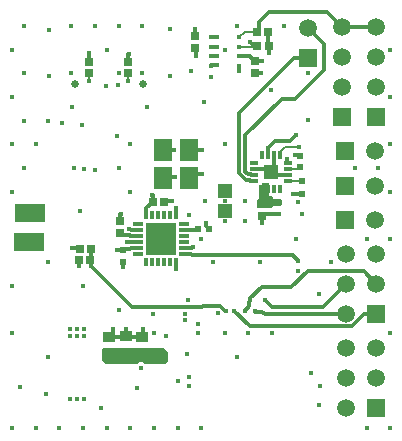
<source format=gbr>
%TF.GenerationSoftware,Altium Limited,Altium Designer,23.1.1 (15)*%
G04 Layer_Physical_Order=6*
G04 Layer_Color=16711680*
%FSLAX45Y45*%
%MOMM*%
%TF.SameCoordinates,F9E8136A-E86D-4813-A5E9-63B8E08E304F*%
%TF.FilePolarity,Positive*%
%TF.FileFunction,Copper,L6,Bot,Signal*%
%TF.Part,Single*%
G01*
G75*
%TA.AperFunction,SMDPad,CuDef*%
%ADD13R,1.07000X0.83000*%
%ADD31R,0.72000X0.76000*%
%ADD38R,0.67500X0.45000*%
%ADD43R,0.76000X0.72000*%
%TA.AperFunction,Conductor*%
%ADD44C,0.30000*%
%ADD45C,0.20000*%
%TA.AperFunction,ComponentPad*%
%ADD48C,1.50000*%
%ADD49R,1.50000X1.50000*%
%TA.AperFunction,SMDPad,CuDef*%
%ADD50R,1.20000X1.20000*%
%TA.AperFunction,ComponentPad*%
%ADD51C,0.65000*%
%ADD52R,1.50000X1.50000*%
%TA.AperFunction,ViaPad*%
%ADD53R,2.52400X1.52400*%
%ADD54R,2.52400X1.52400*%
%ADD55C,0.45000*%
%ADD56C,0.50000*%
%TA.AperFunction,SMDPad,CuDef*%
%ADD57R,0.70000X0.75000*%
%ADD58R,0.75000X0.70000*%
%ADD59R,0.55000X0.60000*%
%TA.AperFunction,BGAPad,CuDef*%
%ADD60R,0.40000X0.40000*%
%TA.AperFunction,SMDPad,CuDef*%
%ADD61R,1.23000X1.23000*%
%ADD62R,0.30000X0.80000*%
%ADD63R,0.80000X0.30000*%
%ADD64R,0.50000X0.50000*%
%ADD65R,1.52400X1.82400*%
%ADD66R,0.60000X0.60000*%
%ADD67R,0.35000X0.80000*%
%ADD68R,0.85000X0.35000*%
%ADD69R,2.60000X2.70000*%
%ADD70R,0.50000X0.50000*%
G36*
X10522500Y4435000D02*
Y4365000D01*
X10495000Y4337500D01*
X10325761D01*
X10316340Y4346921D01*
X10299249Y4354000D01*
X10280751D01*
X10263660Y4346921D01*
X10254239Y4337500D01*
X9992500D01*
X9962500Y4367500D01*
Y4467500D01*
X9967500Y4472500D01*
X10485000D01*
X10522500Y4435000D01*
D02*
G37*
G36*
X11376000Y5761000D02*
X11399000D01*
X11410000Y5750000D01*
Y5740000D01*
X11470000D01*
X11480000Y5730000D01*
Y5690000D01*
X11470000Y5680000D01*
X11410000D01*
X11393574Y5663574D01*
X11382250Y5660250D01*
X11374999Y5658001D01*
Y5658000D01*
X11272000D01*
X11270000Y5660000D01*
Y5730000D01*
X11290000Y5750000D01*
Y5853500D01*
X11311500D01*
Y5870000D01*
X11376000D01*
Y5761000D01*
D02*
G37*
D13*
X10020000Y4428000D02*
D03*
Y4572000D02*
D03*
X10302500D02*
D03*
Y4428000D02*
D03*
X10162500Y4574500D02*
D03*
Y4430500D02*
D03*
D31*
X10747500Y7114000D02*
D03*
Y7016000D02*
D03*
X11252500Y6904000D02*
D03*
Y6806000D02*
D03*
X11315000Y5694000D02*
D03*
Y5596000D02*
D03*
X10110000Y5549000D02*
D03*
Y5451000D02*
D03*
D38*
X11440000Y5706250D02*
D03*
Y5613750D02*
D03*
D43*
X10391000Y5712500D02*
D03*
X10489000D02*
D03*
D44*
X10028500Y4572000D02*
X10302500D01*
X10020000D02*
X10028500D01*
X10302500D02*
X10305000Y4574500D01*
X10335500Y5600500D02*
Y5659000D01*
X10389000Y5712500D01*
X10391000D01*
X10335000Y5600000D02*
X10335500Y5600500D01*
X10210000Y4825000D02*
X10810608D01*
X10962534Y4830000D02*
X11005034Y4787500D01*
X10810608Y4825000D02*
X10815608Y4830000D01*
X9865000Y5170000D02*
X10210000Y4825000D01*
X10815608Y4830000D02*
X10962534D01*
X11397500Y4825000D02*
X11834500D01*
X11255000Y4787500D02*
X11257870Y4784630D01*
X11317870D01*
X11342500Y4880000D02*
X11397500Y4825000D01*
X10386000Y5775000D02*
X10388500Y5772500D01*
Y5715000D02*
X10391000Y5712500D01*
X10388500Y5715000D02*
Y5772500D01*
X11170000Y4791559D02*
X11207694Y4829253D01*
Y4866479D02*
X11215837Y4874622D01*
X11170000Y4787500D02*
Y4791559D01*
X11337501Y4765000D02*
X12028500D01*
X11209500Y4658000D02*
X12072821D01*
X11005034Y4787500D02*
X11007500D01*
X11317870Y4784630D02*
X11337501Y4765000D01*
X11207694Y4829253D02*
Y4866479D01*
X11080000Y4787500D02*
X11209500Y4658000D01*
X11834500Y4825000D02*
X12028500Y5019000D01*
X11215837Y4874622D02*
Y4895837D01*
X10585000Y5200000D02*
X10586456Y5198544D01*
Y5143956D02*
Y5198544D01*
Y5143956D02*
X10587912Y5142500D01*
X11215837Y4895837D02*
X11310450Y4990450D01*
X10160000Y4577000D02*
Y4640000D01*
X10305000Y4574500D02*
Y4637500D01*
X10055000Y4598500D02*
Y4635000D01*
X10028500Y4572000D02*
X10055000Y4598500D01*
X10480000Y5920000D02*
X10576800D01*
X10478750Y5918750D02*
X10480000Y5920000D01*
X10729500Y5952000D02*
X10807500D01*
X10692500Y5915000D02*
X10729500Y5952000D01*
X10695834Y6152500D02*
X10698334Y6150000D01*
X10807500D01*
X10087500Y5302500D02*
X10135000D01*
X10114630Y5609630D02*
X10117500Y5612500D01*
X10114630Y5553630D02*
Y5609630D01*
X10110000Y5549000D02*
X10114630Y5553630D01*
X10840370Y5509630D02*
X10870000Y5480000D01*
X10837500Y5532500D02*
X10840370Y5529630D01*
Y5509630D02*
Y5529630D01*
X10477500Y6152500D02*
X10567500D01*
X11840000Y6830000D02*
Y7051500D01*
X11479999Y6587499D02*
X11597500D01*
X11840000Y6830000D01*
X11117500Y5955777D02*
Y6467500D01*
X11585000Y6935000D01*
X11702500D01*
X11117500Y5955777D02*
X11177777Y5895500D01*
X11170000Y5969745D02*
Y6277500D01*
X11479999Y6587499D01*
X11370000Y7320000D02*
X11868000D01*
X11995000Y7193000D01*
X11285000Y7235000D02*
X11370000Y7320000D01*
X11702500Y7189000D02*
X11840000Y7051500D01*
X11213713Y5892500D02*
X11247500D01*
X11210712Y5895500D02*
X11213713Y5892500D01*
X11177777Y5895500D02*
X11210712D01*
X11219500Y5945500D02*
X11222500Y5942500D01*
X11247500D01*
X11170000Y5969745D02*
X11194245Y5945500D01*
X11219500D01*
X11310450Y4990450D02*
X11564266D01*
X9768750Y5318750D02*
X9770000Y5317500D01*
X9711250Y5318750D02*
X9768750D01*
X9710000Y5320000D02*
X9711250Y5318750D01*
X11996750Y7194750D02*
X12280750D01*
X11995000Y7193000D02*
X11996750Y7194750D01*
X11285000Y7167500D02*
Y7235000D01*
X11272500Y7155000D02*
X11285000Y7167500D01*
X12280750Y7194750D02*
X12282500Y7196500D01*
X9862500Y5225000D02*
X9863750Y5226250D01*
Y5316250D01*
X9865000Y5317500D01*
X10182500Y6897500D02*
X10183750Y6898750D01*
Y6963750D02*
X10185000Y6965000D01*
X10183750Y6898750D02*
Y6963750D01*
X11597870Y6109630D02*
X11627870D01*
X11640000Y6097500D01*
X11595000Y6112500D02*
X11597870Y6109630D01*
X10206745Y5475500D02*
X10262000D01*
X10199207Y5483038D02*
X10206745Y5475500D01*
X10189794Y5483038D02*
X10199207D01*
X10186924Y5485908D02*
X10189794Y5483038D01*
X10262000Y5475500D02*
X10262500Y5475000D01*
X10199520Y5425500D02*
X10262000D01*
X10262500Y5425000D01*
X10196612Y5428408D02*
X10199520Y5425500D01*
X10110000Y5449408D02*
Y5451000D01*
X10131000Y5428408D02*
X10196612D01*
X10110000Y5449408D02*
X10131000Y5428408D01*
X10180447Y5374500D02*
X10262000D01*
X10172795Y5370908D02*
X10176854D01*
X10180447Y5374500D01*
X11314823Y5537527D02*
Y5595823D01*
X11314646Y5537350D02*
X11314823Y5537527D01*
Y5595823D02*
X11315000Y5596000D01*
X11325249Y5606250D02*
X11432500D01*
X11315000Y5596000D02*
X11325249Y5606250D01*
X11432500D02*
X11440000Y5613750D01*
X10586250Y5601250D02*
Y5663750D01*
X10585000Y5600000D02*
X10586250Y5601250D01*
Y5663750D02*
X10587500Y5665000D01*
X10489000Y5712500D02*
X10493630Y5717130D01*
X10545630D02*
X10548500Y5720000D01*
X10493630Y5717130D02*
X10545630D01*
X10881250Y7106250D02*
X10928750D01*
X10880000Y7107500D02*
X10881250Y7106250D01*
X10928750D02*
X10930000Y7105000D01*
X11352404Y5992500D02*
X11359904Y6000000D01*
X11247500Y5992500D02*
X11352404D01*
X11415000Y6005000D02*
Y6110000D01*
Y6005000D02*
X11420000Y6000000D01*
Y5938604D02*
X11423896Y5942500D01*
X11532500D01*
X11368750Y7033750D02*
Y7153750D01*
X11367500Y7155000D02*
X11368750Y7153750D01*
Y7033750D02*
X11370000Y7032500D01*
X11253000Y6805500D02*
X11309500D01*
X11252500Y6806000D02*
X11253000Y6805500D01*
X11309500D02*
X11310000Y6805000D01*
X9863750Y5171250D02*
Y5223750D01*
Y5171250D02*
X9865000Y5170000D01*
X9862500Y5225000D02*
X9863750Y5223750D01*
X9767500Y5170000D02*
Y5225000D01*
X10022500Y4360000D02*
Y4425500D01*
X10020000Y4428000D02*
X10022500Y4425500D01*
X10157500Y4362500D02*
Y4425500D01*
X10162500Y4430500D01*
X10302500Y4428000D02*
X10314500D01*
X10341000Y4401500D01*
Y4378059D02*
Y4401500D01*
Y4378059D02*
X10345000Y4374059D01*
Y4370000D02*
Y4374059D01*
X11651250Y5781250D02*
X11652500Y5782500D01*
X11580000Y5780000D02*
X11581250Y5781250D01*
X11651250D01*
X10721441Y5325500D02*
X10725941Y5330000D01*
X10730000D01*
X10728403Y5259618D02*
X11572882D01*
X10658000Y5325500D02*
X10721441D01*
X10135000Y5157500D02*
Y5202500D01*
Y5302500D02*
X10145000Y5312500D01*
X10194745D02*
X10206745Y5324500D01*
X10145000Y5312500D02*
X10194745D01*
X10262000Y5374500D02*
X10262500Y5375000D01*
X10206745Y5324500D02*
X10262000D01*
X10660000Y5272500D02*
X10711462D01*
X10657500Y5325000D02*
X10658000Y5325500D01*
X10657500Y5275000D02*
X10660000Y5272500D01*
X10262000Y5324500D02*
X10262500Y5325000D01*
X10764500Y5474500D02*
X10770000Y5480000D01*
X10658000Y5474500D02*
X10764500D01*
X10657500Y5475000D02*
X10658000Y5474500D01*
X11547723Y6230000D02*
X11599634Y6281911D01*
X11425223Y6230000D02*
X11547723D01*
X11367134Y6171911D02*
X11425223Y6230000D01*
X11120000Y6822500D02*
Y6867500D01*
X10880000Y6947500D02*
X10880000Y6947500D01*
X10932500D01*
X10752130Y6952870D02*
Y7011370D01*
X10747500Y7016000D02*
X10752130Y7011370D01*
Y6952870D02*
X10755000Y6950000D01*
X10747500Y7114000D02*
Y7180000D01*
X10880000Y7027500D02*
X10932500D01*
X10881250Y6868750D02*
X10931250D01*
X10880000Y6867500D02*
X10881250Y6868750D01*
X10931250D02*
X10932500Y6870000D01*
X11312000Y6904500D02*
X11312500Y6905000D01*
X11253000Y6904500D02*
X11312000D01*
X11252500Y6904000D02*
X11253000Y6904500D01*
X11370000Y6972500D02*
Y7032500D01*
X11209000Y6947500D02*
X11229500Y6927000D01*
X11231500D02*
X11252500Y6906000D01*
X11120000Y6947500D02*
X11209000D01*
X11229500Y6927000D02*
X11231500D01*
X11252500Y6904000D02*
Y6906000D01*
X11699817Y5126000D02*
X12175500D01*
X12282500Y5019000D01*
X11564266Y4990450D02*
X11699817Y5126000D01*
X12072821Y4658000D02*
X12179821Y4765000D01*
X12282500D01*
X11572882Y5259618D02*
X11621250Y5211250D01*
X11118750Y7108750D02*
X11120000Y7107500D01*
X11255000Y7052500D02*
X11275000Y7032500D01*
X11231559Y7052500D02*
X11255000D01*
X11365000Y6110000D02*
Y6169777D01*
X11367134Y6171911D01*
X9850000Y6897500D02*
Y6970000D01*
D45*
X10182500Y6732500D02*
Y6802500D01*
X9852500Y6737500D02*
Y6800000D01*
X9850000Y6802500D02*
X9852500Y6800000D01*
X11530000Y6045000D02*
Y6080000D01*
Y6045000D02*
X11532500Y6042500D01*
X11465000Y6110000D02*
Y6135000D01*
X11510000Y6180000D02*
X11630000D01*
X11465000Y6135000D02*
X11510000Y6180000D01*
X11120000Y7027500D02*
X11270000D01*
X11275000Y7032500D01*
X11120000Y7107500D02*
X11167500Y7155000D01*
X11272500D01*
X11647500Y5892500D02*
X11652500Y5887500D01*
X11532500Y5892500D02*
X11647500D01*
X11532500Y5992500D02*
X11622500D01*
X11640000Y6010000D02*
Y6012500D01*
X11622500Y5992500D02*
X11640000Y6010000D01*
D48*
X11702500Y7189000D02*
D03*
X11995000Y6685000D02*
D03*
Y6939000D02*
D03*
Y7193000D02*
D03*
X12028500Y4765000D02*
D03*
X12282500Y5019000D02*
D03*
X12028500D02*
D03*
X12282500Y5273000D02*
D03*
X12028500D02*
D03*
X12270000Y5850000D02*
D03*
X12274000Y6140000D02*
D03*
Y5560000D02*
D03*
X12282500Y7196500D02*
D03*
Y6942500D02*
D03*
Y6688500D02*
D03*
X12028500Y3968500D02*
D03*
X12282500Y4222500D02*
D03*
X12028500D02*
D03*
X12282500Y4476500D02*
D03*
X12028500D02*
D03*
D49*
X11702500Y6935000D02*
D03*
X11995000Y6431000D02*
D03*
X12282500Y4765000D02*
D03*
Y6434500D02*
D03*
Y3968500D02*
D03*
D50*
X11002500Y5802500D02*
D03*
Y5637500D02*
D03*
D51*
X9732000Y6710000D02*
D03*
X10310000D02*
D03*
D52*
X12016000Y5850000D02*
D03*
X12020000Y6140000D02*
D03*
Y5560000D02*
D03*
D53*
X9342500Y5377500D02*
D03*
D54*
X9352500Y5620000D02*
D03*
D55*
X10665000Y4710000D02*
D03*
Y4767500D02*
D03*
X11392500Y6657500D02*
D03*
X10687500Y4882500D02*
D03*
X11255000Y4787500D02*
D03*
X11342500Y4880000D02*
D03*
X10386000Y5775000D02*
D03*
X9770000Y5637500D02*
D03*
X11170000Y4787500D02*
D03*
X10938717Y4772500D02*
D03*
X11080000Y4787500D02*
D03*
X11007500D02*
D03*
X10587912Y5142500D02*
D03*
X10502700Y4578600D02*
D03*
X11802500Y4155000D02*
D03*
X10160000Y4640000D02*
D03*
X10305000Y4637500D02*
D03*
X10055000Y4635000D02*
D03*
X10576800Y5920000D02*
D03*
X10807500Y5952000D02*
D03*
Y6150000D02*
D03*
X10712500Y6822500D02*
D03*
X10087500Y5302500D02*
D03*
X10117500Y5612500D02*
D03*
X12400007Y7000004D02*
D03*
Y6600004D02*
D03*
Y6200003D02*
D03*
Y5800003D02*
D03*
Y5400003D02*
D03*
Y4600002D02*
D03*
Y3800002D02*
D03*
X12300007Y6000003D02*
D03*
X12200007Y5400003D02*
D03*
Y3800002D02*
D03*
X12100007Y6000003D02*
D03*
X11900006Y5200003D02*
D03*
X11700006Y6800004D02*
D03*
X11600006Y5400003D02*
D03*
X11500006Y7200004D02*
D03*
X11400006Y4600002D02*
D03*
X11300006Y5200003D02*
D03*
X11200006Y4600002D02*
D03*
X11100006Y7200004D02*
D03*
X11000006Y7000004D02*
D03*
Y6200003D02*
D03*
Y4600002D02*
D03*
X11100006Y4400002D02*
D03*
X10800006Y5400003D02*
D03*
X10900006Y5200003D02*
D03*
X10800006Y3800002D02*
D03*
X10700006Y5600003D02*
D03*
X10600006Y4200002D02*
D03*
Y3800002D02*
D03*
X10400006Y4600002D02*
D03*
Y3800002D02*
D03*
X10300006Y7200004D02*
D03*
Y6800004D02*
D03*
X10200006Y6200003D02*
D03*
Y5800003D02*
D03*
Y3800002D02*
D03*
X10100005Y7200004D02*
D03*
X10000005Y7000004D02*
D03*
X10100005Y6800004D02*
D03*
Y6000003D02*
D03*
Y4800003D02*
D03*
X10000005Y3800002D02*
D03*
X9900005Y7200004D02*
D03*
X9800005Y5000003D02*
D03*
Y3800002D02*
D03*
X9700005Y7200004D02*
D03*
Y6800004D02*
D03*
X9600005Y3800002D02*
D03*
X9500005Y6400003D02*
D03*
X9400005Y6200003D02*
D03*
X9500005Y5200003D02*
D03*
Y4400002D02*
D03*
X9400005Y3800002D02*
D03*
X9300005Y7200004D02*
D03*
X9200005Y7000004D02*
D03*
X9300005Y6800004D02*
D03*
X9200005Y6600004D02*
D03*
X9300005Y6400003D02*
D03*
X9200005Y6200003D02*
D03*
X9300005Y6000003D02*
D03*
X9200005Y5800003D02*
D03*
Y5000003D02*
D03*
Y4600002D02*
D03*
Y3800002D02*
D03*
X10567500Y6152500D02*
D03*
X11649646Y5609850D02*
D03*
X10695000Y4155000D02*
D03*
Y4232500D02*
D03*
X10837500Y5532500D02*
D03*
X11002500Y5555000D02*
D03*
X11170000D02*
D03*
Y5720000D02*
D03*
X11002500D02*
D03*
X10835000Y5717500D02*
D03*
X11702500Y6402500D02*
D03*
X11798350Y4936051D02*
D03*
X10770000Y4605000D02*
D03*
X9710000Y5320000D02*
D03*
X10090000Y6270000D02*
D03*
X9995176Y6697419D02*
D03*
X10185000Y6965000D02*
D03*
X10097190Y6699500D02*
D03*
X10182500Y6732500D02*
D03*
X9852500Y6737500D02*
D03*
X9900000Y5985000D02*
D03*
X11800500Y3992500D02*
D03*
X11595000Y6112500D02*
D03*
X10186924Y5485908D02*
D03*
X10172795Y5370908D02*
D03*
X9688918Y4046710D02*
D03*
X9748918D02*
D03*
X9808917D02*
D03*
X9807227Y4636687D02*
D03*
X9747227D02*
D03*
X9687228D02*
D03*
X9807227Y4576687D02*
D03*
X9747227D02*
D03*
X9687228D02*
D03*
X11314646Y5537350D02*
D03*
X10770000Y4682500D02*
D03*
X10587500Y5665000D02*
D03*
X10548500Y5720000D02*
D03*
X10885000Y6770000D02*
D03*
X10930000Y7105000D02*
D03*
X10535000Y7175000D02*
D03*
X10537500Y6777500D02*
D03*
X10342500Y6520000D02*
D03*
X9702500Y6515000D02*
D03*
X9507500Y7170000D02*
D03*
Y6780000D02*
D03*
X11310000Y6805000D02*
D03*
X10825000Y6560000D02*
D03*
X9793938Y6367379D02*
D03*
X9623938Y6382379D02*
D03*
X9808938Y5994879D02*
D03*
X9726438Y5997379D02*
D03*
X9485000Y4087500D02*
D03*
X11731842Y4268159D02*
D03*
X9267500Y4145000D02*
D03*
X10680000Y4425000D02*
D03*
X10390000Y4767500D02*
D03*
X9952500Y3967500D02*
D03*
X10260000Y4137500D02*
D03*
X10290000Y4307500D02*
D03*
X11420000Y5938604D02*
D03*
Y6000000D02*
D03*
X11359904D02*
D03*
Y5938604D02*
D03*
X9865000Y5170000D02*
D03*
X9767500D02*
D03*
X10022500Y4360000D02*
D03*
X10157500Y4362500D02*
D03*
X10345000Y4370000D02*
D03*
X11580000Y5780000D02*
D03*
X10730000Y5330000D02*
D03*
X10728403Y5259618D02*
D03*
X10135000Y5157500D02*
D03*
X11120000Y6822500D02*
D03*
X10932500Y6947500D02*
D03*
X10755000Y6950000D02*
D03*
X10747500Y7180000D02*
D03*
X10932500Y7027500D02*
D03*
X11312500Y6905000D02*
D03*
X11370000Y6972500D02*
D03*
X10932500Y6870000D02*
D03*
X11210000Y7065000D02*
D03*
X11599634Y6281911D02*
D03*
X11621250Y5128750D02*
D03*
X11621250Y5211250D02*
D03*
X11620000Y5710000D02*
D03*
X11530000Y6080000D02*
D03*
X11367134Y6171911D02*
D03*
X11630000Y6180000D02*
D03*
X9850000Y6970000D02*
D03*
D56*
X10405000Y5345000D02*
D03*
Y5455000D02*
D03*
X10515000D02*
D03*
Y5345000D02*
D03*
D57*
X9850000Y6897500D02*
D03*
Y6802500D02*
D03*
X10182500Y6897500D02*
D03*
Y6802500D02*
D03*
D58*
X11272500Y7155000D02*
D03*
X11367500D02*
D03*
X11275000Y7032500D02*
D03*
X11370000D02*
D03*
X9770000Y5317500D02*
D03*
X9767500Y5225000D02*
D03*
X9865000Y5317500D02*
D03*
X9862500Y5225000D02*
D03*
D59*
X11640000Y6097500D02*
D03*
Y6012500D02*
D03*
D60*
X11120000Y6867500D02*
D03*
Y6947500D02*
D03*
Y7027500D02*
D03*
Y7107500D02*
D03*
X10880000D02*
D03*
Y7027500D02*
D03*
Y6947500D02*
D03*
Y6867500D02*
D03*
D61*
X11390000Y5967500D02*
D03*
D62*
X11465000Y6110000D02*
D03*
X11415000D02*
D03*
X11365000D02*
D03*
X11315000D02*
D03*
Y5825000D02*
D03*
X11365000D02*
D03*
X11415000D02*
D03*
X11465000D02*
D03*
D63*
X11247500Y6042500D02*
D03*
Y5992500D02*
D03*
Y5942500D02*
D03*
Y5892500D02*
D03*
X11532500D02*
D03*
Y5942500D02*
D03*
Y5992500D02*
D03*
Y6042500D02*
D03*
D64*
X10770000Y5480000D02*
D03*
X10870000D02*
D03*
D65*
X10692500Y5915000D02*
D03*
X10478750Y5918750D02*
D03*
X10695834Y6152500D02*
D03*
X10477500Y6152500D02*
D03*
D66*
X11652500Y5887500D02*
D03*
Y5782500D02*
D03*
D67*
X10585000Y5200000D02*
D03*
X10535000D02*
D03*
X10485000D02*
D03*
X10435000D02*
D03*
X10385000D02*
D03*
X10335000D02*
D03*
X10585000Y5600000D02*
D03*
X10535000D02*
D03*
X10485000D02*
D03*
X10435000D02*
D03*
X10385000D02*
D03*
X10335000D02*
D03*
D68*
X10262500Y5275000D02*
D03*
Y5325000D02*
D03*
Y5375000D02*
D03*
Y5425000D02*
D03*
Y5475000D02*
D03*
Y5525000D02*
D03*
X10657500Y5275000D02*
D03*
Y5325000D02*
D03*
Y5375000D02*
D03*
Y5425000D02*
D03*
Y5475000D02*
D03*
Y5525000D02*
D03*
D69*
X10460000Y5400000D02*
D03*
D70*
X10135000Y5202500D02*
D03*
Y5302500D02*
D03*
%TF.MD5,d51819caeb8448e0f432c5927e5fba0d*%
M02*

</source>
